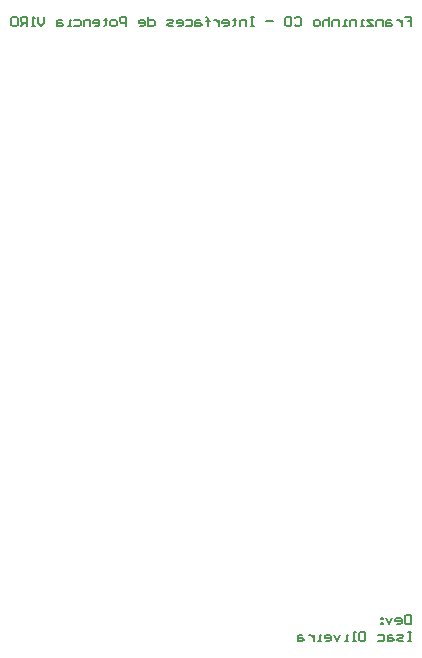
<source format=gbo>
G04*
G04 #@! TF.GenerationSoftware,Altium Limited,Altium Designer,24.5.2 (23)*
G04*
G04 Layer_Color=32896*
%FSLAX24Y24*%
%MOIN*%
G70*
G04*
G04 #@! TF.SameCoordinates,8AAE441C-8CDC-4473-BA07-673157910C72*
G04*
G04*
G04 #@! TF.FilePolarity,Positive*
G04*
G01*
G75*
%ADD11C,0.0079*%
D11*
X30521Y1710D02*
Y1396D01*
X30364D01*
X30311Y1448D01*
Y1658D01*
X30364Y1710D01*
X30521D01*
X30049Y1396D02*
X30154D01*
X30206Y1448D01*
Y1553D01*
X30154Y1605D01*
X30049D01*
X29996Y1553D01*
Y1500D01*
X30206D01*
X29892Y1605D02*
X29787Y1396D01*
X29682Y1605D01*
X29577D02*
X29524D01*
Y1553D01*
X29577D01*
Y1605D01*
Y1448D02*
X29524D01*
Y1396D01*
X29577D01*
Y1448D01*
X30521Y1144D02*
X30416D01*
X30469D01*
Y829D01*
X30521D01*
X30416D01*
X30259D02*
X30101D01*
X30049Y881D01*
X30101Y934D01*
X30206D01*
X30259Y986D01*
X30206Y1039D01*
X30049D01*
X29892D02*
X29787D01*
X29734Y986D01*
Y829D01*
X29892D01*
X29944Y881D01*
X29892Y934D01*
X29734D01*
X29419Y1039D02*
X29577D01*
X29629Y986D01*
Y881D01*
X29577Y829D01*
X29419D01*
X28842Y1144D02*
X28947D01*
X28999Y1091D01*
Y881D01*
X28947Y829D01*
X28842D01*
X28790Y881D01*
Y1091D01*
X28842Y1144D01*
X28685Y829D02*
X28580D01*
X28632D01*
Y1144D01*
X28685D01*
X28422Y829D02*
X28317D01*
X28370D01*
Y1039D01*
X28422D01*
X28160D02*
X28055Y829D01*
X27950Y1039D01*
X27688Y829D02*
X27792D01*
X27845Y881D01*
Y986D01*
X27792Y1039D01*
X27688D01*
X27635Y986D01*
Y934D01*
X27845D01*
X27530Y829D02*
X27425D01*
X27478D01*
Y1039D01*
X27530D01*
X27268D02*
Y829D01*
Y934D01*
X27215Y986D01*
X27163Y1039D01*
X27110D01*
X26900D02*
X26795D01*
X26743Y986D01*
Y829D01*
X26900D01*
X26953Y881D01*
X26900Y934D01*
X26743D01*
X30311Y21644D02*
X30521D01*
Y21486D01*
X30416D01*
X30521D01*
Y21329D01*
X30206Y21539D02*
Y21329D01*
Y21434D01*
X30154Y21486D01*
X30101Y21539D01*
X30049D01*
X29839D02*
X29734D01*
X29682Y21486D01*
Y21329D01*
X29839D01*
X29892Y21381D01*
X29839Y21434D01*
X29682D01*
X29577Y21329D02*
Y21539D01*
X29419D01*
X29367Y21486D01*
Y21329D01*
X29262Y21539D02*
X29052D01*
X29262Y21329D01*
X29052D01*
X28947D02*
X28842D01*
X28894D01*
Y21539D01*
X28947D01*
X28685Y21329D02*
Y21539D01*
X28527D01*
X28475Y21486D01*
Y21329D01*
X28370D02*
X28265D01*
X28317D01*
Y21539D01*
X28370D01*
X28107Y21329D02*
Y21539D01*
X27950D01*
X27897Y21486D01*
Y21329D01*
X27792Y21644D02*
Y21329D01*
Y21486D01*
X27740Y21539D01*
X27635D01*
X27583Y21486D01*
Y21329D01*
X27425D02*
X27320D01*
X27268Y21381D01*
Y21486D01*
X27320Y21539D01*
X27425D01*
X27478Y21486D01*
Y21381D01*
X27425Y21329D01*
X26638Y21591D02*
X26690Y21644D01*
X26795D01*
X26848Y21591D01*
Y21381D01*
X26795Y21329D01*
X26690D01*
X26638Y21381D01*
X26533Y21591D02*
X26481Y21644D01*
X26376D01*
X26323Y21591D01*
Y21381D01*
X26376Y21329D01*
X26481D01*
X26533Y21381D01*
Y21591D01*
X25903Y21486D02*
X25693D01*
X25274Y21644D02*
X25169D01*
X25221D01*
Y21329D01*
X25274D01*
X25169D01*
X25011D02*
Y21539D01*
X24854D01*
X24801Y21486D01*
Y21329D01*
X24644Y21591D02*
Y21539D01*
X24696D01*
X24591D01*
X24644D01*
Y21381D01*
X24591Y21329D01*
X24277D02*
X24382D01*
X24434Y21381D01*
Y21486D01*
X24382Y21539D01*
X24277D01*
X24224Y21486D01*
Y21434D01*
X24434D01*
X24119Y21539D02*
Y21329D01*
Y21434D01*
X24067Y21486D01*
X24014Y21539D01*
X23962D01*
X23752Y21329D02*
Y21591D01*
Y21486D01*
X23804D01*
X23699D01*
X23752D01*
Y21591D01*
X23699Y21644D01*
X23489Y21539D02*
X23384D01*
X23332Y21486D01*
Y21329D01*
X23489D01*
X23542Y21381D01*
X23489Y21434D01*
X23332D01*
X23017Y21539D02*
X23175D01*
X23227Y21486D01*
Y21381D01*
X23175Y21329D01*
X23017D01*
X22755D02*
X22860D01*
X22912Y21381D01*
Y21486D01*
X22860Y21539D01*
X22755D01*
X22702Y21486D01*
Y21434D01*
X22912D01*
X22597Y21329D02*
X22440D01*
X22387Y21381D01*
X22440Y21434D01*
X22545D01*
X22597Y21486D01*
X22545Y21539D01*
X22387D01*
X21758Y21644D02*
Y21329D01*
X21915D01*
X21968Y21381D01*
Y21486D01*
X21915Y21539D01*
X21758D01*
X21495Y21329D02*
X21600D01*
X21653Y21381D01*
Y21486D01*
X21600Y21539D01*
X21495D01*
X21443Y21486D01*
Y21434D01*
X21653D01*
X21023Y21329D02*
Y21644D01*
X20866D01*
X20813Y21591D01*
Y21486D01*
X20866Y21434D01*
X21023D01*
X20656Y21329D02*
X20551D01*
X20498Y21381D01*
Y21486D01*
X20551Y21539D01*
X20656D01*
X20708Y21486D01*
Y21381D01*
X20656Y21329D01*
X20341Y21591D02*
Y21539D01*
X20393D01*
X20288D01*
X20341D01*
Y21381D01*
X20288Y21329D01*
X19973D02*
X20078D01*
X20131Y21381D01*
Y21486D01*
X20078Y21539D01*
X19973D01*
X19921Y21486D01*
Y21434D01*
X20131D01*
X19816Y21329D02*
Y21539D01*
X19659D01*
X19606Y21486D01*
Y21329D01*
X19291Y21539D02*
X19449D01*
X19501Y21486D01*
Y21381D01*
X19449Y21329D01*
X19291D01*
X19186D02*
X19081D01*
X19134D01*
Y21539D01*
X19186D01*
X18871D02*
X18767D01*
X18714Y21486D01*
Y21329D01*
X18871D01*
X18924Y21381D01*
X18871Y21434D01*
X18714D01*
X18294Y21644D02*
Y21434D01*
X18189Y21329D01*
X18084Y21434D01*
Y21644D01*
X17979Y21329D02*
X17874D01*
X17927D01*
Y21644D01*
X17979Y21591D01*
X17717Y21329D02*
Y21644D01*
X17560D01*
X17507Y21591D01*
Y21486D01*
X17560Y21434D01*
X17717D01*
X17612D02*
X17507Y21329D01*
X17402Y21591D02*
X17350Y21644D01*
X17245D01*
X17192Y21591D01*
Y21381D01*
X17245Y21329D01*
X17350D01*
X17402Y21381D01*
Y21591D01*
M02*

</source>
